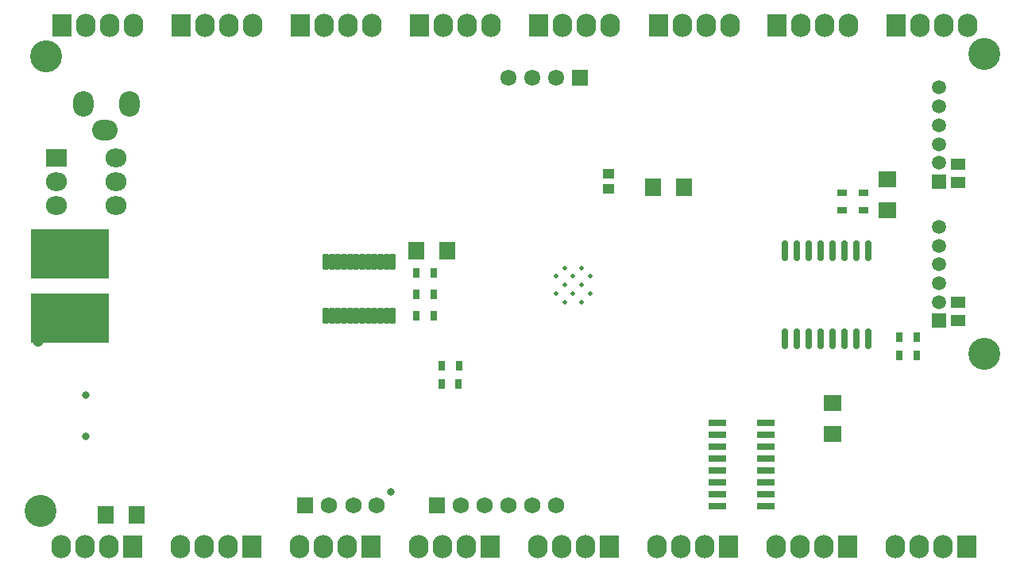
<source format=gbs>
G04*
G04 #@! TF.GenerationSoftware,Altium Limited,Altium Designer,20.2.6 (244)*
G04*
G04 Layer_Color=16711935*
%FSLAX24Y24*%
%MOIN*%
G70*
G04*
G04 #@! TF.SameCoordinates,3AFE1146-FA95-4E81-A996-3AB7B898703E*
G04*
G04*
G04 #@! TF.FilePolarity,Negative*
G04*
G01*
G75*
%ADD66R,0.0434X0.0316*%
%ADD72R,0.0316X0.0434*%
%ADD75R,0.0730X0.0680*%
%ADD80R,0.0630X0.0513*%
%ADD88R,0.0474X0.0434*%
%ADD89R,0.0880X0.0780*%
%ADD93R,0.0680X0.0730*%
%ADD107C,0.0316*%
%ADD108C,0.1340*%
%ADD109R,0.0830X0.0980*%
%ADD110O,0.0830X0.0980*%
%ADD111C,0.0678*%
%ADD112R,0.0678X0.0678*%
%ADD113C,0.0595*%
%ADD114R,0.0595X0.0595*%
%ADD115C,0.0198*%
%ADD116O,0.0880X0.0780*%
%ADD117C,0.0474*%
%ADD118R,0.0680X0.0680*%
%ADD119C,0.0680*%
%ADD120O,0.1064X0.0867*%
%ADD121O,0.0867X0.1064*%
%ADD144O,0.0297X0.0880*%
G04:AMPARAMS|DCode=145|XSize=69.8mil|YSize=24.1mil|CornerRadius=6mil|HoleSize=0mil|Usage=FLASHONLY|Rotation=90.000|XOffset=0mil|YOffset=0mil|HoleType=Round|Shape=RoundedRectangle|*
%AMROUNDEDRECTD145*
21,1,0.0698,0.0121,0,0,90.0*
21,1,0.0578,0.0241,0,0,90.0*
1,1,0.0120,0.0061,0.0289*
1,1,0.0120,0.0061,-0.0289*
1,1,0.0120,-0.0061,-0.0289*
1,1,0.0120,-0.0061,0.0289*
%
%ADD145ROUNDEDRECTD145*%
%ADD146R,0.3281X0.2080*%
%ADD147R,0.0750X0.0290*%
D66*
X34250Y17050D02*
D03*
X34250Y17765D02*
D03*
X35150Y17050D02*
D03*
X35150Y17765D02*
D03*
D72*
X36650Y10950D02*
D03*
X37365Y10950D02*
D03*
X36650Y11700D02*
D03*
X37365Y11700D02*
D03*
X16385Y14410D02*
D03*
X17100Y14410D02*
D03*
X16385Y13510D02*
D03*
X17100Y13510D02*
D03*
X16385Y12610D02*
D03*
X17100Y12610D02*
D03*
X18165Y10500D02*
D03*
X17450Y10500D02*
D03*
X17435Y9750D02*
D03*
X18150Y9750D02*
D03*
D75*
X36150Y18350D02*
D03*
Y17050D02*
D03*
X33850Y7650D02*
D03*
Y8950D02*
D03*
D80*
X39100Y18206D02*
D03*
Y18994D02*
D03*
Y12406D02*
D03*
Y13194D02*
D03*
D88*
X24450Y18565D02*
D03*
Y17935D02*
D03*
D89*
X1285Y19260D02*
D03*
D93*
X27590Y18000D02*
D03*
X26290D02*
D03*
X17675Y15360D02*
D03*
X16375D02*
D03*
X4640Y4250D02*
D03*
X3340D02*
D03*
D107*
X2500Y7550D02*
D03*
Y9282D02*
D03*
X15300Y5200D02*
D03*
D108*
X600Y4400D02*
D03*
X850Y23500D02*
D03*
X40200Y11000D02*
D03*
Y23600D02*
D03*
D109*
X36521Y24810D02*
D03*
X31521D02*
D03*
X26550D02*
D03*
X21500D02*
D03*
X16521D02*
D03*
X11521D02*
D03*
X6521D02*
D03*
X1521D02*
D03*
X39485Y2910D02*
D03*
X34485D02*
D03*
X29485D02*
D03*
X24485D02*
D03*
X19485D02*
D03*
X14485D02*
D03*
X9485D02*
D03*
X4485D02*
D03*
D110*
X37521Y24810D02*
D03*
X38521D02*
D03*
X39521D02*
D03*
X32521D02*
D03*
X33521D02*
D03*
X34521D02*
D03*
X29550D02*
D03*
X28550D02*
D03*
X27550D02*
D03*
X24500D02*
D03*
X23500D02*
D03*
X22500D02*
D03*
X19521D02*
D03*
X18521D02*
D03*
X17521D02*
D03*
X14521D02*
D03*
X13521D02*
D03*
X12521D02*
D03*
X9521D02*
D03*
X8521D02*
D03*
X7521D02*
D03*
X4521D02*
D03*
X3521D02*
D03*
X2521D02*
D03*
X36485Y2910D02*
D03*
X37485D02*
D03*
X38485D02*
D03*
X31485D02*
D03*
X32485D02*
D03*
X33485D02*
D03*
X28485D02*
D03*
X27485D02*
D03*
X26485D02*
D03*
X23485D02*
D03*
X22485D02*
D03*
X21485D02*
D03*
X18485D02*
D03*
X17485D02*
D03*
X16485D02*
D03*
X13485D02*
D03*
X12485D02*
D03*
X11485D02*
D03*
X6485D02*
D03*
X7485D02*
D03*
X8485D02*
D03*
X1485D02*
D03*
X2485D02*
D03*
X3485D02*
D03*
D111*
X20250Y22600D02*
D03*
X21250D02*
D03*
X22250D02*
D03*
D112*
X23250D02*
D03*
D113*
X38300Y16350D02*
D03*
Y15560D02*
D03*
Y14770D02*
D03*
Y13980D02*
D03*
Y13190D02*
D03*
Y22200D02*
D03*
Y21410D02*
D03*
Y20620D02*
D03*
Y19830D02*
D03*
Y19040D02*
D03*
D114*
Y12400D02*
D03*
Y18250D02*
D03*
D115*
X23676Y14265D02*
D03*
Y13543D02*
D03*
X23315Y14626D02*
D03*
Y13904D02*
D03*
Y13182D02*
D03*
X22954Y14265D02*
D03*
Y13543D02*
D03*
X22592Y14626D02*
D03*
Y13904D02*
D03*
Y13182D02*
D03*
X22231Y14265D02*
D03*
Y13543D02*
D03*
D116*
X3785Y19260D02*
D03*
Y18260D02*
D03*
Y17260D02*
D03*
X1285D02*
D03*
Y18260D02*
D03*
D117*
X500Y11550D02*
D03*
Y14550D02*
D03*
Y15200D02*
D03*
Y15900D02*
D03*
D118*
X11700Y4650D02*
D03*
X17250D02*
D03*
D119*
X12700D02*
D03*
X13735D02*
D03*
X22250D02*
D03*
X14700D02*
D03*
X18250D02*
D03*
X19250D02*
D03*
X20250D02*
D03*
X21250D02*
D03*
D120*
X3306Y20398D02*
D03*
D121*
X4329Y21500D02*
D03*
X2400D02*
D03*
D144*
X35350Y11640D02*
D03*
X34850D02*
D03*
X34350D02*
D03*
X33850D02*
D03*
X33350D02*
D03*
X32850D02*
D03*
X32350D02*
D03*
X31850D02*
D03*
X35350Y15360D02*
D03*
X34850D02*
D03*
X34350D02*
D03*
X33850D02*
D03*
X33350D02*
D03*
X32850D02*
D03*
X32350D02*
D03*
X31850D02*
D03*
D145*
X15383Y12610D02*
D03*
X15127D02*
D03*
X14871D02*
D03*
X14615D02*
D03*
X14359D02*
D03*
X14103D02*
D03*
X13847D02*
D03*
X13591D02*
D03*
X13335D02*
D03*
X13080D02*
D03*
X12824D02*
D03*
X12568D02*
D03*
Y14870D02*
D03*
X12824D02*
D03*
X13080D02*
D03*
X13335D02*
D03*
X13591D02*
D03*
X13847D02*
D03*
X14103D02*
D03*
X14359D02*
D03*
X14615D02*
D03*
X14871D02*
D03*
X15127D02*
D03*
X15383D02*
D03*
D146*
X1850Y12500D02*
D03*
Y15200D02*
D03*
D147*
X31050Y8100D02*
D03*
Y7600D02*
D03*
Y7100D02*
D03*
Y6600D02*
D03*
Y6100D02*
D03*
Y5600D02*
D03*
Y5100D02*
D03*
Y4600D02*
D03*
X29010D02*
D03*
Y5100D02*
D03*
Y5600D02*
D03*
Y6100D02*
D03*
Y6600D02*
D03*
Y7100D02*
D03*
Y7600D02*
D03*
Y8100D02*
D03*
M02*

</source>
